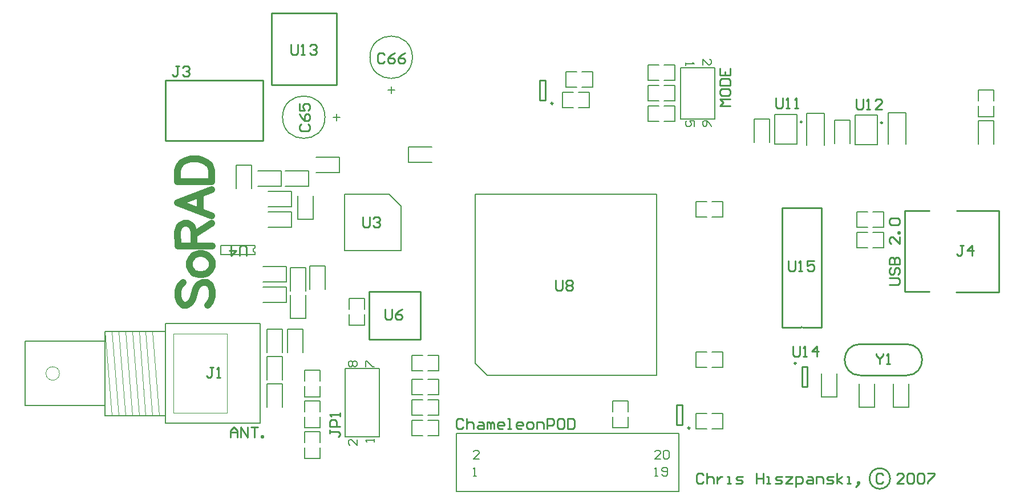
<source format=gto>
%FSLAX24Y24*%
%MOIN*%
G70*
G01*
G75*
%ADD10R,0.2000X0.2000*%
%ADD11R,0.0591X0.0512*%
%ADD12R,0.0217X0.0571*%
%ADD13R,0.0709X0.0630*%
%ADD14R,0.0512X0.0591*%
%ADD15R,0.0197X0.1181*%
%ADD16O,0.0197X0.1181*%
%ADD17O,0.0984X0.0098*%
%ADD18O,0.0098X0.0984*%
%ADD19R,0.0098X0.0984*%
%ADD20O,0.1000X0.0150*%
%ADD21R,0.1000X0.0150*%
%ADD22R,0.0850X0.0421*%
%ADD23R,0.0850X0.0421*%
%ADD24O,0.0850X0.0421*%
%ADD25R,0.1000X0.1969*%
%ADD26R,0.0709X0.0787*%
%ADD27O,0.0709X0.0787*%
%ADD28R,0.0394X0.0276*%
%ADD29R,0.0394X0.0276*%
%ADD30C,0.0500*%
%ADD31C,0.0350*%
%ADD32C,0.0100*%
%ADD33C,0.0200*%
%ADD34C,0.0120*%
%ADD35C,0.0250*%
%ADD36C,0.1000*%
%ADD37C,0.0750*%
%ADD38C,0.2500*%
%ADD39C,0.0600*%
%ADD40R,0.0600X0.0600*%
%ADD41C,0.0550*%
%ADD42R,0.0550X0.0550*%
%ADD43C,0.1750*%
%ADD44C,0.1250*%
%ADD45C,0.0650*%
%ADD46R,0.0650X0.0650*%
%ADD47C,0.1300*%
%ADD48C,0.0250*%
%ADD49C,0.0450*%
%ADD50C,0.0098*%
%ADD51C,0.0079*%
%ADD52C,0.0010*%
%ADD53C,0.0010*%
%ADD54C,0.0400*%
%ADD55C,0.0080*%
D32*
X52352Y11050D02*
G03*
X52352Y11050I-602J0D01*
G01*
X53309Y17085D02*
G03*
X53309Y18915I0J915D01*
G01*
X50612D02*
G03*
X50612Y17085I0J-915D01*
G01*
X47263Y19875D02*
G03*
X47137Y19875I-63J0D01*
G01*
X40659Y14006D02*
G03*
X40659Y14006I-59J0D01*
G01*
X46859Y17794D02*
G03*
X46859Y17794I-59J0D01*
G01*
X32659Y33006D02*
G03*
X32659Y33006I-59J0D01*
G01*
X50612Y17085D02*
X53309D01*
X50612Y18915D02*
X53309D01*
X48350Y19875D02*
Y26875D01*
X46050D02*
X48350D01*
X46050Y19875D02*
Y26875D01*
Y19875D02*
X47137D01*
X47263D02*
X48350D01*
X16200Y34100D02*
Y38300D01*
X20000Y34100D02*
Y38300D01*
X16200Y34100D02*
X20000D01*
X16200Y38300D02*
X20000D01*
X10000Y30828D02*
Y34372D01*
X15709D01*
Y30828D02*
Y34372D01*
X10000Y30828D02*
X15709D01*
X21900Y22000D02*
X24900D01*
Y19200D02*
Y22000D01*
X21900Y19200D02*
X24900D01*
X21900D02*
Y22000D01*
X39891Y15365D02*
X40206D01*
X39891Y14203D02*
Y15365D01*
X40206Y14203D02*
Y15365D01*
X39891Y14203D02*
X40206D01*
X47194Y16435D02*
X47509D01*
Y17597D01*
X47194Y16435D02*
Y17597D01*
X47509D01*
X31891Y33203D02*
X32206D01*
Y34365D01*
X31891Y33203D02*
Y34365D01*
X32206D01*
X53200Y22000D02*
X54650D01*
X53200Y26710D02*
X54640D01*
X53200Y22000D02*
Y26710D01*
X56240D02*
X58720D01*
X56220Y21970D02*
X58720D01*
Y26710D01*
X51550Y18350D02*
Y18250D01*
X51750Y18050D01*
X51950Y18250D01*
Y18350D01*
X51750Y18050D02*
Y17750D01*
X52150D02*
X52350D01*
X52250D01*
Y18350D01*
X52150Y18250D01*
X46400Y23800D02*
Y23300D01*
X46500Y23200D01*
X46700D01*
X46800Y23300D01*
Y23800D01*
X47000Y23200D02*
X47200D01*
X47100D01*
Y23800D01*
X47000Y23700D01*
X47900Y23800D02*
X47500D01*
Y23500D01*
X47700Y23600D01*
X47800D01*
X47900Y23500D01*
Y23300D01*
X47800Y23200D01*
X47600D01*
X47500Y23300D01*
X46680Y18800D02*
Y18300D01*
X46780Y18200D01*
X46980D01*
X47080Y18300D01*
Y18800D01*
X47280Y18200D02*
X47480D01*
X47380D01*
Y18800D01*
X47280Y18700D01*
X48080Y18200D02*
Y18800D01*
X47780Y18500D01*
X48180D01*
X17350Y36450D02*
Y35950D01*
X17450Y35850D01*
X17650D01*
X17750Y35950D01*
Y36450D01*
X17950Y35850D02*
X18150D01*
X18050D01*
Y36450D01*
X17950Y36350D01*
X18450D02*
X18550Y36450D01*
X18750D01*
X18850Y36350D01*
Y36250D01*
X18750Y36150D01*
X18650D01*
X18750D01*
X18850Y36050D01*
Y35950D01*
X18750Y35850D01*
X18550D01*
X18450Y35950D01*
X50360Y33260D02*
Y32760D01*
X50460Y32660D01*
X50660D01*
X50760Y32760D01*
Y33260D01*
X50960Y32660D02*
X51160D01*
X51060D01*
Y33260D01*
X50960Y33160D01*
X51860Y32660D02*
X51460D01*
X51860Y33060D01*
Y33160D01*
X51760Y33260D01*
X51560D01*
X51460Y33160D01*
X45660Y33310D02*
Y32810D01*
X45760Y32710D01*
X45960D01*
X46060Y32810D01*
Y33310D01*
X46260Y32710D02*
X46460D01*
X46360D01*
Y33310D01*
X46260Y33210D01*
X46760Y32710D02*
X46960D01*
X46860D01*
Y33310D01*
X46760Y33210D01*
X32800Y22650D02*
Y22150D01*
X32900Y22050D01*
X33100D01*
X33200Y22150D01*
Y22650D01*
X33400Y22550D02*
X33500Y22650D01*
X33700D01*
X33800Y22550D01*
Y22450D01*
X33700Y22350D01*
X33800Y22250D01*
Y22150D01*
X33700Y22050D01*
X33500D01*
X33400Y22150D01*
Y22250D01*
X33500Y22350D01*
X33400Y22450D01*
Y22550D01*
X33500Y22350D02*
X33700D01*
X14750Y24100D02*
Y24600D01*
X14650Y24700D01*
X14450D01*
X14350Y24600D01*
Y24100D01*
X13850Y24700D02*
Y24100D01*
X14150Y24400D01*
X13750D01*
X22850Y20950D02*
Y20450D01*
X22950Y20350D01*
X23150D01*
X23250Y20450D01*
Y20950D01*
X23850D02*
X23650Y20850D01*
X23450Y20650D01*
Y20450D01*
X23550Y20350D01*
X23750D01*
X23850Y20450D01*
Y20550D01*
X23750Y20650D01*
X23450D01*
X21550Y26350D02*
Y25850D01*
X21650Y25750D01*
X21850D01*
X21950Y25850D01*
Y26350D01*
X22150Y26250D02*
X22250Y26350D01*
X22450D01*
X22550Y26250D01*
Y26150D01*
X22450Y26050D01*
X22350D01*
X22450D01*
X22550Y25950D01*
Y25850D01*
X22450Y25750D01*
X22250D01*
X22150Y25850D01*
X10800Y35200D02*
X10600D01*
X10700D01*
Y34700D01*
X10600Y34600D01*
X10500D01*
X10400Y34700D01*
X11000Y35100D02*
X11100Y35200D01*
X11300D01*
X11400Y35100D01*
Y35000D01*
X11300Y34900D01*
X11200D01*
X11300D01*
X11400Y34800D01*
Y34700D01*
X11300Y34600D01*
X11100D01*
X11000Y34700D01*
X19600Y13900D02*
Y13700D01*
Y13800D01*
X20100D01*
X20200Y13700D01*
Y13600D01*
X20100Y13500D01*
X20200Y14100D02*
X19600D01*
Y14400D01*
X19700Y14500D01*
X19900D01*
X20000Y14400D01*
Y14100D01*
X20200Y14700D02*
Y14900D01*
Y14800D01*
X19600D01*
X19700Y14700D01*
X56650Y24700D02*
X56450D01*
X56550D01*
Y24200D01*
X56450Y24100D01*
X56350D01*
X56250Y24200D01*
X57150Y24100D02*
Y24700D01*
X56850Y24400D01*
X57250D01*
X43000Y32850D02*
X42400D01*
X42600Y33050D01*
X42400Y33250D01*
X43000D01*
X42400Y33750D02*
Y33550D01*
X42500Y33450D01*
X42900D01*
X43000Y33550D01*
Y33750D01*
X42900Y33850D01*
X42500D01*
X42400Y33750D01*
Y34050D02*
X43000D01*
Y34350D01*
X42900Y34449D01*
X42500D01*
X42400Y34350D01*
Y34050D01*
Y35049D02*
Y34649D01*
X43000D01*
Y35049D01*
X42700Y34649D02*
Y34849D01*
X12800Y17550D02*
X12600D01*
X12700D01*
Y17050D01*
X12600Y16950D01*
X12500D01*
X12400Y17050D01*
X13000Y16950D02*
X13200D01*
X13100D01*
Y17550D01*
X13000Y17450D01*
X22800Y35850D02*
X22700Y35950D01*
X22500D01*
X22400Y35850D01*
Y35450D01*
X22500Y35350D01*
X22700D01*
X22800Y35450D01*
X23400Y35950D02*
X23200Y35850D01*
X23000Y35650D01*
Y35450D01*
X23100Y35350D01*
X23300D01*
X23400Y35450D01*
Y35550D01*
X23300Y35650D01*
X23000D01*
X23999Y35950D02*
X23800Y35850D01*
X23600Y35650D01*
Y35450D01*
X23700Y35350D01*
X23900D01*
X23999Y35450D01*
Y35550D01*
X23900Y35650D01*
X23600D01*
X17950Y31800D02*
X17850Y31700D01*
Y31500D01*
X17950Y31400D01*
X18350D01*
X18450Y31500D01*
Y31700D01*
X18350Y31800D01*
X17850Y32400D02*
X17950Y32200D01*
X18150Y32000D01*
X18350D01*
X18450Y32100D01*
Y32300D01*
X18350Y32400D01*
X18250D01*
X18150Y32300D01*
Y32000D01*
X17850Y32999D02*
Y32600D01*
X18150D01*
X18050Y32800D01*
Y32900D01*
X18150Y32999D01*
X18350D01*
X18450Y32900D01*
Y32700D01*
X18350Y32600D01*
X13800Y13450D02*
Y13850D01*
X14000Y14050D01*
X14200Y13850D01*
Y13450D01*
Y13750D01*
X13800D01*
X14400Y13450D02*
Y14050D01*
X14800Y13450D01*
Y14050D01*
X15000D02*
X15399D01*
X15200D01*
Y13450D01*
X15599D02*
Y13550D01*
X15699D01*
Y13450D01*
X15599D01*
X52300Y22400D02*
X52800D01*
X52900Y22500D01*
Y22700D01*
X52800Y22800D01*
X52300D01*
X52400Y23400D02*
X52300Y23300D01*
Y23100D01*
X52400Y23000D01*
X52500D01*
X52600Y23100D01*
Y23300D01*
X52700Y23400D01*
X52800D01*
X52900Y23300D01*
Y23100D01*
X52800Y23000D01*
X52300Y23600D02*
X52900D01*
Y23900D01*
X52800Y23999D01*
X52700D01*
X52600Y23900D01*
Y23600D01*
Y23900D01*
X52500Y23999D01*
X52400D01*
X52300Y23900D01*
Y23600D01*
X52900Y25199D02*
Y24799D01*
X52500Y25199D01*
X52400D01*
X52300Y25099D01*
Y24899D01*
X52400Y24799D01*
X52900Y25399D02*
X52800D01*
Y25499D01*
X52900D01*
Y25399D01*
X52400Y25899D02*
X52300Y25999D01*
Y26199D01*
X52400Y26299D01*
X52800D01*
X52900Y26199D01*
Y25999D01*
X52800Y25899D01*
X52400D01*
X27400Y14450D02*
X27300Y14550D01*
X27100D01*
X27000Y14450D01*
Y14050D01*
X27100Y13950D01*
X27300D01*
X27400Y14050D01*
X27600Y14550D02*
Y13950D01*
Y14250D01*
X27700Y14350D01*
X27900D01*
X28000Y14250D01*
Y13950D01*
X28300Y14350D02*
X28500D01*
X28599Y14250D01*
Y13950D01*
X28300D01*
X28200Y14050D01*
X28300Y14150D01*
X28599D01*
X28799Y13950D02*
Y14350D01*
X28899D01*
X28999Y14250D01*
Y13950D01*
Y14250D01*
X29099Y14350D01*
X29199Y14250D01*
Y13950D01*
X29699D02*
X29499D01*
X29399Y14050D01*
Y14250D01*
X29499Y14350D01*
X29699D01*
X29799Y14250D01*
Y14150D01*
X29399D01*
X29999Y13950D02*
X30199D01*
X30099D01*
Y14550D01*
X29999D01*
X30799Y13950D02*
X30599D01*
X30499Y14050D01*
Y14250D01*
X30599Y14350D01*
X30799D01*
X30899Y14250D01*
Y14150D01*
X30499D01*
X31199Y13950D02*
X31399D01*
X31499Y14050D01*
Y14250D01*
X31399Y14350D01*
X31199D01*
X31099Y14250D01*
Y14050D01*
X31199Y13950D01*
X31698D02*
Y14350D01*
X31998D01*
X32098Y14250D01*
Y13950D01*
X32298D02*
Y14550D01*
X32598D01*
X32698Y14450D01*
Y14250D01*
X32598Y14150D01*
X32298D01*
X33198Y14550D02*
X32998D01*
X32898Y14450D01*
Y14050D01*
X32998Y13950D01*
X33198D01*
X33298Y14050D01*
Y14450D01*
X33198Y14550D01*
X33498D02*
Y13950D01*
X33798D01*
X33898Y14050D01*
Y14450D01*
X33798Y14550D01*
X33498D01*
X41450Y11250D02*
X41350Y11350D01*
X41150D01*
X41050Y11250D01*
Y10850D01*
X41150Y10750D01*
X41350D01*
X41450Y10850D01*
X41650Y11350D02*
Y10750D01*
Y11050D01*
X41750Y11150D01*
X41950D01*
X42050Y11050D01*
Y10750D01*
X42250Y11150D02*
Y10750D01*
Y10950D01*
X42350Y11050D01*
X42450Y11150D01*
X42550D01*
X42849Y10750D02*
X43049D01*
X42949D01*
Y11150D01*
X42849D01*
X43349Y10750D02*
X43649D01*
X43749Y10850D01*
X43649Y10950D01*
X43449D01*
X43349Y11050D01*
X43449Y11150D01*
X43749D01*
X44549Y11350D02*
Y10750D01*
Y11050D01*
X44949D01*
Y11350D01*
Y10750D01*
X45149D02*
X45349D01*
X45249D01*
Y11150D01*
X45149D01*
X45649Y10750D02*
X45948D01*
X46048Y10850D01*
X45948Y10950D01*
X45748D01*
X45649Y11050D01*
X45748Y11150D01*
X46048D01*
X46248D02*
X46648D01*
X46248Y10750D01*
X46648D01*
X46848Y10550D02*
Y11150D01*
X47148D01*
X47248Y11050D01*
Y10850D01*
X47148Y10750D01*
X46848D01*
X47548Y11150D02*
X47748D01*
X47848Y11050D01*
Y10750D01*
X47548D01*
X47448Y10850D01*
X47548Y10950D01*
X47848D01*
X48048Y10750D02*
Y11150D01*
X48348D01*
X48448Y11050D01*
Y10750D01*
X48648D02*
X48947D01*
X49047Y10850D01*
X48947Y10950D01*
X48748D01*
X48648Y11050D01*
X48748Y11150D01*
X49047D01*
X49247Y10750D02*
Y11350D01*
Y10950D02*
X49547Y11150D01*
X49247Y10950D02*
X49547Y10750D01*
X49847D02*
X50047D01*
X49947D01*
Y11150D01*
X49847D01*
X50447Y10650D02*
X50547Y10750D01*
Y10850D01*
X50447D01*
Y10750D01*
X50547D01*
X50447Y10650D01*
X50347Y10550D01*
X51946Y11250D02*
X51847Y11350D01*
X51647D01*
X51547Y11250D01*
Y10850D01*
X51647Y10750D01*
X51847D01*
X51946Y10850D01*
X53146Y10750D02*
X52746D01*
X53146Y11150D01*
Y11250D01*
X53046Y11350D01*
X52846D01*
X52746Y11250D01*
X53346D02*
X53446Y11350D01*
X53646D01*
X53746Y11250D01*
Y10850D01*
X53646Y10750D01*
X53446D01*
X53346Y10850D01*
Y11250D01*
X53946D02*
X54046Y11350D01*
X54246D01*
X54346Y11250D01*
Y10850D01*
X54246Y10750D01*
X54046D01*
X53946Y10850D01*
Y11250D01*
X54546Y11350D02*
X54946D01*
Y11250D01*
X54546Y10850D01*
Y10750D01*
D50*
X47205Y31923D02*
G03*
X47205Y31923I-49J0D01*
G01*
X51905Y31873D02*
G03*
X51905Y31873I-49J0D01*
G01*
D51*
X19332Y32200D02*
G03*
X19332Y32200I-1240J0D01*
G01*
X24440Y35708D02*
G03*
X24440Y35708I-1240J0D01*
G01*
X15250Y24544D02*
G03*
X15250Y24294I0J-125D01*
G01*
X52547Y15213D02*
Y16591D01*
X53453Y15213D02*
Y16591D01*
X52547Y15213D02*
X53453D01*
X50547D02*
Y16591D01*
X51453Y15213D02*
Y16591D01*
X50547Y15213D02*
X51453D01*
X45600Y30634D02*
X46900D01*
X45600Y32366D02*
X46900D01*
Y30634D02*
Y32366D01*
X45600Y30634D02*
Y32366D01*
X57497Y33787D02*
X58403D01*
X57497Y32213D02*
X58403D01*
Y33157D02*
Y33787D01*
Y32213D02*
Y32843D01*
X57497Y33157D02*
Y33787D01*
Y32213D02*
Y32843D01*
X48347Y15813D02*
X49253D01*
Y17191D01*
X48347Y15813D02*
Y17191D01*
X47488Y32424D02*
X48512D01*
X47488Y30573D02*
Y32424D01*
X48512Y30573D02*
Y32424D01*
X44397Y32087D02*
X45303D01*
X44397Y30709D02*
Y32087D01*
X45303Y30709D02*
Y32087D01*
X57497Y31987D02*
X58403D01*
X57497Y30609D02*
Y31987D01*
X58403Y30609D02*
Y31987D01*
X50300Y30584D02*
X51600D01*
X50300Y32316D02*
X51600D01*
Y30584D02*
Y32316D01*
X50300Y30584D02*
Y32316D01*
X52238Y32474D02*
X53262D01*
X52238Y30623D02*
Y32474D01*
X53262Y30623D02*
Y32474D01*
X49097Y32037D02*
X50003D01*
X49097Y30659D02*
Y32037D01*
X50003Y30659D02*
Y32037D01*
X51987Y24547D02*
Y25453D01*
X50413Y24547D02*
Y25453D01*
X51357Y24547D02*
X51987D01*
X50413D02*
X51043D01*
X51357Y25453D02*
X51987D01*
X50413D02*
X51043D01*
X50413Y25747D02*
Y26653D01*
X51987Y25747D02*
Y26653D01*
X50413D02*
X51043D01*
X51357D02*
X51987D01*
X50413Y25747D02*
X51043D01*
X51357D02*
X51987D01*
X25987Y15947D02*
Y16853D01*
X24413Y15947D02*
Y16853D01*
X25357Y15947D02*
X25987D01*
X24413D02*
X25043D01*
X25357Y16853D02*
X25987D01*
X24413D02*
X25043D01*
X25987Y14747D02*
Y15653D01*
X24413Y14747D02*
Y15653D01*
X25357Y14747D02*
X25987D01*
X24413D02*
X25043D01*
X25357Y15653D02*
X25987D01*
X24413D02*
X25043D01*
X25987Y17347D02*
Y18253D01*
X24413Y17347D02*
Y18253D01*
X25357Y17347D02*
X25987D01*
X24413D02*
X25043D01*
X25357Y18253D02*
X25987D01*
X24413D02*
X25043D01*
X36147Y15587D02*
X37053D01*
X36147Y14013D02*
X37053D01*
Y14957D02*
Y15587D01*
Y14013D02*
Y14643D01*
X36147Y14957D02*
Y15587D01*
Y14013D02*
Y14643D01*
X25987Y13547D02*
Y14453D01*
X24413Y13547D02*
Y14453D01*
X25357Y13547D02*
X25987D01*
X24413D02*
X25043D01*
X25357Y14453D02*
X25987D01*
X24413D02*
X25043D01*
X41013Y13947D02*
Y14853D01*
X42587Y13947D02*
Y14853D01*
X41013D02*
X41643D01*
X41957D02*
X42587D01*
X41013Y13947D02*
X41643D01*
X41957D02*
X42587D01*
X39787Y31947D02*
Y32853D01*
X38213Y31947D02*
Y32853D01*
X39157Y31947D02*
X39787D01*
X38213D02*
X38843D01*
X39157Y32853D02*
X39787D01*
X38213D02*
X38843D01*
X39787Y33147D02*
Y34053D01*
X38213Y33147D02*
Y34053D01*
X39157Y33147D02*
X39787D01*
X38213D02*
X38843D01*
X39157Y34053D02*
X39787D01*
X38213D02*
X38843D01*
X39787Y34347D02*
Y35253D01*
X38213Y34347D02*
Y35253D01*
X39157Y34347D02*
X39787D01*
X38213D02*
X38843D01*
X39157Y35253D02*
X39787D01*
X38213D02*
X38843D01*
X40100Y32100D02*
Y34017D01*
Y32100D02*
Y35100D01*
X42100Y32100D02*
Y35100D01*
X40100D02*
X42100D01*
X40100Y32100D02*
X42100D01*
X34787Y32747D02*
Y33653D01*
X33213Y32747D02*
Y33653D01*
X34157Y32747D02*
X34787D01*
X33213D02*
X33843D01*
X34157Y33653D02*
X34787D01*
X33213D02*
X33843D01*
X34987Y33947D02*
Y34853D01*
X33413Y33947D02*
Y34853D01*
X34357Y33947D02*
X34987D01*
X33413D02*
X34043D01*
X34357Y34853D02*
X34987D01*
X33413D02*
X34043D01*
X42587Y26347D02*
Y27253D01*
X41013Y26347D02*
Y27253D01*
X41957Y26347D02*
X42587D01*
X41013D02*
X41643D01*
X41957Y27253D02*
X42587D01*
X41013D02*
X41643D01*
X42587Y17547D02*
Y18453D01*
X41013Y17547D02*
Y18453D01*
X41957Y17547D02*
X42587D01*
X41013D02*
X41643D01*
X41957Y18453D02*
X42587D01*
X41013D02*
X41643D01*
X20747Y20013D02*
X21653D01*
X20747Y21587D02*
X21653D01*
X20747Y20013D02*
Y20643D01*
Y20957D02*
Y21587D01*
X21653Y20013D02*
Y20643D01*
Y20957D02*
Y21587D01*
X17147Y19787D02*
X18053D01*
X17147Y18409D02*
Y19787D01*
X18053Y18409D02*
Y19787D01*
X15947Y18187D02*
X16853D01*
X15947Y16809D02*
Y18187D01*
X16853Y16809D02*
Y18187D01*
X15947Y16587D02*
X16853D01*
X15947Y15209D02*
Y16587D01*
X16853Y15209D02*
Y16587D01*
X15947Y19787D02*
X16853D01*
X15947Y18409D02*
Y19787D01*
X16853Y18409D02*
Y19787D01*
X24213Y29547D02*
Y30453D01*
Y29547D02*
X25591D01*
X24213Y30453D02*
X25591D01*
X20187Y28947D02*
Y29853D01*
X18809D02*
X20187D01*
X18809Y28947D02*
X20187D01*
X17747Y26213D02*
X18653D01*
Y27591D01*
X17747Y26213D02*
Y27591D01*
X17387Y25747D02*
Y26653D01*
X16009D02*
X17387D01*
X16009Y25747D02*
X17387D01*
X18387Y28147D02*
Y29053D01*
X17009D02*
X18387D01*
X17009Y28147D02*
X18387D01*
X14147Y29387D02*
X15053D01*
X14147Y28009D02*
Y29387D01*
X15053Y28009D02*
Y29387D01*
X17387Y26947D02*
Y27853D01*
X16009D02*
X17387D01*
X16009Y26947D02*
X17387D01*
X16787Y28147D02*
Y29053D01*
X15409D02*
X16787D01*
X15409Y28147D02*
X16787D01*
X17087Y21347D02*
Y22253D01*
X15709D02*
X17087D01*
X15709Y21347D02*
X17087D01*
Y22547D02*
Y23453D01*
X15709D02*
X17087D01*
X15709Y22547D02*
X17087D01*
X17297Y23387D02*
X18203D01*
X17297Y22009D02*
Y23387D01*
X18203Y22009D02*
Y23387D01*
X22500Y13500D02*
Y17500D01*
X20500Y13500D02*
Y17500D01*
Y13500D02*
X22500D01*
X20500Y17500D02*
X22500D01*
X18447Y23487D02*
X19353D01*
X18447Y22109D02*
Y23487D01*
X19353Y22109D02*
Y23487D01*
X18147Y12213D02*
X19053D01*
X18147Y13787D02*
X19053D01*
X18147Y12213D02*
Y12843D01*
Y13157D02*
Y13787D01*
X19053Y12213D02*
Y12843D01*
Y13157D02*
Y13787D01*
X17297Y20413D02*
X18203D01*
Y21791D01*
X17297Y20413D02*
Y21791D01*
X18147Y14013D02*
X19053D01*
X18147Y15587D02*
X19053D01*
X18147Y14013D02*
Y14643D01*
Y14957D02*
Y15587D01*
X19053Y14013D02*
Y14643D01*
Y14957D02*
Y15587D01*
X18147Y15813D02*
X19053D01*
X18147Y17387D02*
X19053D01*
X18147Y15813D02*
Y16443D01*
Y16757D02*
Y17387D01*
X19053Y15813D02*
Y16443D01*
Y16757D02*
Y17387D01*
X19800Y32200D02*
X20200D01*
X20000Y32000D02*
Y32400D01*
X23200Y33600D02*
Y34000D01*
X23000Y33800D02*
X23400D01*
X15250Y24544D02*
Y24681D01*
Y24157D02*
Y24294D01*
X13250Y24157D02*
X15250D01*
X13250D02*
Y24681D01*
X15250D01*
X23080Y27697D02*
X23783Y26994D01*
Y24378D02*
Y26994D01*
X20464Y24378D02*
X23783D01*
X20464D02*
Y27697D01*
X23080D01*
X29250Y10300D02*
X40000D01*
X29250Y13700D02*
X40000D01*
X27000D02*
X29250D01*
X27000Y10300D02*
Y13700D01*
Y10300D02*
X29250D01*
X40000D02*
Y13700D01*
X28821Y17103D02*
X38721D01*
Y27705D01*
X28119D02*
X38721D01*
X28119Y17806D02*
Y27705D01*
Y17806D02*
X28821Y17103D01*
X6493Y15310D02*
Y19090D01*
X9997Y14739D02*
Y19661D01*
Y20113D02*
X15548D01*
X9997Y19661D02*
Y20113D01*
X6493Y19661D02*
X9997D01*
X6493Y19090D02*
Y19661D01*
X1808Y19090D02*
X6493D01*
X1808Y15310D02*
Y19090D01*
Y15310D02*
X6493D01*
Y14739D02*
Y15310D01*
Y14739D02*
X9997D01*
Y14287D02*
Y14739D01*
Y14287D02*
X15548D01*
Y20113D01*
D52*
X3816Y17200D02*
G03*
X3816Y17200I-394J0D01*
G01*
X10469Y14877D02*
Y19523D01*
X9249Y19661D02*
X9643Y14739D01*
X8855Y19661D02*
X9249Y14739D01*
X8461Y19661D02*
X8855Y14739D01*
X8068Y19661D02*
X8461Y14739D01*
X7674Y19661D02*
X8068Y14739D01*
X7280Y19661D02*
X7674Y14739D01*
X6887Y19661D02*
X7280Y14739D01*
X6493Y19661D02*
X6887Y14739D01*
D53*
X1808Y15310D02*
Y19090D01*
Y15310D02*
X6493D01*
Y19090D01*
X1808D02*
X6493D01*
Y19661D01*
X9997D01*
Y14739D02*
Y19661D01*
X6493Y14739D02*
X9997D01*
X6493D02*
Y15310D01*
X9997Y19661D02*
Y20113D01*
X15548D01*
Y14287D02*
Y20113D01*
X9997Y14287D02*
X15548D01*
X9997D02*
Y14739D01*
X10469Y14877D02*
X13619D01*
Y19523D01*
X10469D02*
X13619D01*
D54*
X11029Y22523D02*
X10839Y22332D01*
X10746Y22046D01*
X10748Y21665D01*
X10845Y21380D01*
X11036Y21190D01*
X11227Y21191D01*
X11416Y21288D01*
X11511Y21383D01*
X11605Y21574D01*
X11792Y22147D01*
X11887Y22338D01*
X11981Y22434D01*
X12171Y22530D01*
X12457Y22531D01*
X12648Y22342D01*
X12745Y22057D01*
X12747Y21676D01*
X12654Y21390D01*
X12464Y21198D01*
X11404Y23449D02*
X11501Y23259D01*
X11692Y23070D01*
X11978Y22976D01*
X12169Y22977D01*
X12454Y23074D01*
X12643Y23266D01*
X12737Y23457D01*
X12736Y23742D01*
X12639Y23932D01*
X12448Y24122D01*
X12162Y24215D01*
X11971Y24214D01*
X11686Y24117D01*
X11497Y23926D01*
X11403Y23735D01*
X11404Y23449D01*
X10731Y24645D02*
X12731Y24656D01*
X10731Y24645D02*
X10726Y25502D01*
X10820Y25788D01*
X10915Y25884D01*
X11104Y25980D01*
X11295Y25981D01*
X11486Y25887D01*
X11582Y25793D01*
X11678Y25507D01*
X11683Y24650D01*
X11679Y25317D02*
X12723Y25989D01*
X12712Y27960D02*
X10717Y27187D01*
X12721Y26437D01*
X12052Y26719D02*
X12047Y27671D01*
X10710Y28416D02*
X12709Y28427D01*
X10710Y28416D02*
X10706Y29082D01*
X10800Y29368D01*
X10989Y29560D01*
X11179Y29656D01*
X11464Y29753D01*
X11940Y29756D01*
X12226Y29662D01*
X12417Y29568D01*
X12609Y29379D01*
X12706Y29093D01*
X12709Y28427D01*
D55*
X40400Y35400D02*
Y35233D01*
Y35317D01*
X40900D01*
X40817Y35400D01*
X41400Y35267D02*
Y35600D01*
X41733Y35267D01*
X41817D01*
X41900Y35350D01*
Y35517D01*
X41817Y35600D01*
X40900Y31667D02*
Y32000D01*
X40650D01*
X40733Y31833D01*
Y31750D01*
X40650Y31667D01*
X40483D01*
X40400Y31750D01*
Y31917D01*
X40483Y32000D01*
X41900Y31667D02*
X41817Y31833D01*
X41650Y32000D01*
X41483D01*
X41400Y31917D01*
Y31750D01*
X41483Y31667D01*
X41567D01*
X41650Y31750D01*
Y32000D01*
X21200Y13333D02*
Y13000D01*
X20867Y13333D01*
X20783D01*
X20700Y13250D01*
Y13083D01*
X20783Y13000D01*
X22200Y13200D02*
Y13367D01*
Y13283D01*
X21700D01*
X21783Y13200D01*
X21700Y17600D02*
Y17933D01*
X21783D01*
X22117Y17600D01*
X22200D01*
X20783D02*
X20700Y17683D01*
Y17850D01*
X20783Y17933D01*
X20867D01*
X20950Y17850D01*
X21033Y17933D01*
X21117D01*
X21200Y17850D01*
Y17683D01*
X21117Y17600D01*
X21033D01*
X20950Y17683D01*
X20867Y17600D01*
X20783D01*
X20950Y17683D02*
Y17850D01*
X28333Y12200D02*
X28000D01*
X28333Y12533D01*
Y12617D01*
X28250Y12700D01*
X28083D01*
X28000Y12617D01*
Y11200D02*
X28167D01*
X28083D01*
Y11700D01*
X28000Y11617D01*
X38600Y11200D02*
X38767D01*
X38683D01*
Y11700D01*
X38600Y11617D01*
X39017Y11283D02*
X39100Y11200D01*
X39266D01*
X39350Y11283D01*
Y11617D01*
X39266Y11700D01*
X39100D01*
X39017Y11617D01*
Y11533D01*
X39100Y11450D01*
X39350D01*
X38933Y12200D02*
X38600D01*
X38933Y12533D01*
Y12617D01*
X38850Y12700D01*
X38683D01*
X38600Y12617D01*
X39100D02*
X39183Y12700D01*
X39350D01*
X39433Y12617D01*
Y12283D01*
X39350Y12200D01*
X39183D01*
X39100Y12283D01*
Y12617D01*
M02*

</source>
